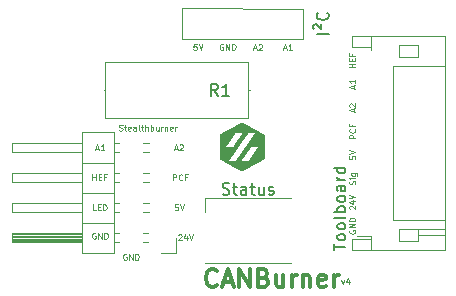
<source format=gbr>
%TF.GenerationSoftware,KiCad,Pcbnew,(6.0.7)*%
%TF.CreationDate,2022-11-17T23:55:45-05:00*%
%TF.ProjectId,SB Quick connect,53422051-7569-4636-9b20-636f6e6e6563,2.0*%
%TF.SameCoordinates,Original*%
%TF.FileFunction,Legend,Top*%
%TF.FilePolarity,Positive*%
%FSLAX46Y46*%
G04 Gerber Fmt 4.6, Leading zero omitted, Abs format (unit mm)*
G04 Created by KiCad (PCBNEW (6.0.7)) date 2022-11-17 23:55:45*
%MOMM*%
%LPD*%
G01*
G04 APERTURE LIST*
%ADD10C,0.100000*%
%ADD11C,0.125000*%
%ADD12C,0.333000*%
%ADD13C,0.150000*%
%ADD14C,0.120000*%
G04 APERTURE END LIST*
D10*
X89167857Y-44067857D02*
X89286904Y-44401190D01*
X89405952Y-44067857D01*
X89810714Y-44067857D02*
X89810714Y-44401190D01*
X89691666Y-43877380D02*
X89572619Y-44234523D01*
X89882142Y-44234523D01*
D11*
X76904230Y-24062771D02*
X76666135Y-24062771D01*
X76642326Y-24300866D01*
X76666135Y-24277057D01*
X76713754Y-24253247D01*
X76832802Y-24253247D01*
X76880421Y-24277057D01*
X76904230Y-24300866D01*
X76928040Y-24348485D01*
X76928040Y-24467533D01*
X76904230Y-24515152D01*
X76880421Y-24538961D01*
X76832802Y-24562771D01*
X76713754Y-24562771D01*
X76666135Y-24538961D01*
X76642326Y-24515152D01*
X77070897Y-24062771D02*
X77237564Y-24562771D01*
X77404230Y-24062771D01*
X70960362Y-41850000D02*
X70912743Y-41826190D01*
X70841315Y-41826190D01*
X70769886Y-41850000D01*
X70722267Y-41897619D01*
X70698457Y-41945238D01*
X70674648Y-42040476D01*
X70674648Y-42111904D01*
X70698457Y-42207142D01*
X70722267Y-42254761D01*
X70769886Y-42302380D01*
X70841315Y-42326190D01*
X70888934Y-42326190D01*
X70960362Y-42302380D01*
X70984172Y-42278571D01*
X70984172Y-42111904D01*
X70888934Y-42111904D01*
X71198457Y-42326190D02*
X71198457Y-41826190D01*
X71484172Y-42326190D01*
X71484172Y-41826190D01*
X71722267Y-42326190D02*
X71722267Y-41826190D01*
X71841315Y-41826190D01*
X71912743Y-41850000D01*
X71960362Y-41897619D01*
X71984172Y-41945238D01*
X72007981Y-42040476D01*
X72007981Y-42111904D01*
X71984172Y-42207142D01*
X71960362Y-42254761D01*
X71912743Y-42302380D01*
X71841315Y-42326190D01*
X71722267Y-42326190D01*
X81722326Y-24419914D02*
X81960421Y-24419914D01*
X81674707Y-24562771D02*
X81841373Y-24062771D01*
X82008040Y-24562771D01*
X82150897Y-24110390D02*
X82174707Y-24086581D01*
X82222326Y-24062771D01*
X82341373Y-24062771D01*
X82388992Y-24086581D01*
X82412802Y-24110390D01*
X82436611Y-24158009D01*
X82436611Y-24205628D01*
X82412802Y-24277057D01*
X82127088Y-24562771D01*
X82436611Y-24562771D01*
X89870000Y-39825952D02*
X89846190Y-39873571D01*
X89846190Y-39945000D01*
X89870000Y-40016428D01*
X89917619Y-40064047D01*
X89965238Y-40087857D01*
X90060476Y-40111666D01*
X90131904Y-40111666D01*
X90227142Y-40087857D01*
X90274761Y-40064047D01*
X90322380Y-40016428D01*
X90346190Y-39945000D01*
X90346190Y-39897380D01*
X90322380Y-39825952D01*
X90298571Y-39802142D01*
X90131904Y-39802142D01*
X90131904Y-39897380D01*
X90346190Y-39587857D02*
X89846190Y-39587857D01*
X90346190Y-39302142D01*
X89846190Y-39302142D01*
X90346190Y-39064047D02*
X89846190Y-39064047D01*
X89846190Y-38945000D01*
X89870000Y-38873571D01*
X89917619Y-38825952D01*
X89965238Y-38802142D01*
X90060476Y-38778333D01*
X90131904Y-38778333D01*
X90227142Y-38802142D01*
X90274761Y-38825952D01*
X90322380Y-38873571D01*
X90346190Y-38945000D01*
X90346190Y-39064047D01*
D12*
X78607142Y-44485714D02*
X78535714Y-44557142D01*
X78321428Y-44628571D01*
X78178571Y-44628571D01*
X77964285Y-44557142D01*
X77821428Y-44414285D01*
X77750000Y-44271428D01*
X77678571Y-43985714D01*
X77678571Y-43771428D01*
X77750000Y-43485714D01*
X77821428Y-43342857D01*
X77964285Y-43200000D01*
X78178571Y-43128571D01*
X78321428Y-43128571D01*
X78535714Y-43200000D01*
X78607142Y-43271428D01*
X79178571Y-44200000D02*
X79892857Y-44200000D01*
X79035714Y-44628571D02*
X79535714Y-43128571D01*
X80035714Y-44628571D01*
X80535714Y-44628571D02*
X80535714Y-43128571D01*
X81392857Y-44628571D01*
X81392857Y-43128571D01*
X82607142Y-43842857D02*
X82821428Y-43914285D01*
X82892857Y-43985714D01*
X82964285Y-44128571D01*
X82964285Y-44342857D01*
X82892857Y-44485714D01*
X82821428Y-44557142D01*
X82678571Y-44628571D01*
X82107142Y-44628571D01*
X82107142Y-43128571D01*
X82607142Y-43128571D01*
X82750000Y-43200000D01*
X82821428Y-43271428D01*
X82892857Y-43414285D01*
X82892857Y-43557142D01*
X82821428Y-43700000D01*
X82750000Y-43771428D01*
X82607142Y-43842857D01*
X82107142Y-43842857D01*
X84250000Y-43628571D02*
X84250000Y-44628571D01*
X83607142Y-43628571D02*
X83607142Y-44414285D01*
X83678571Y-44557142D01*
X83821428Y-44628571D01*
X84035714Y-44628571D01*
X84178571Y-44557142D01*
X84250000Y-44485714D01*
X84964285Y-44628571D02*
X84964285Y-43628571D01*
X84964285Y-43914285D02*
X85035714Y-43771428D01*
X85107142Y-43700000D01*
X85250000Y-43628571D01*
X85392857Y-43628571D01*
X85892857Y-43628571D02*
X85892857Y-44628571D01*
X85892857Y-43771428D02*
X85964285Y-43700000D01*
X86107142Y-43628571D01*
X86321428Y-43628571D01*
X86464285Y-43700000D01*
X86535714Y-43842857D01*
X86535714Y-44628571D01*
X87821428Y-44557142D02*
X87678571Y-44628571D01*
X87392857Y-44628571D01*
X87250000Y-44557142D01*
X87178571Y-44414285D01*
X87178571Y-43842857D01*
X87250000Y-43700000D01*
X87392857Y-43628571D01*
X87678571Y-43628571D01*
X87821428Y-43700000D01*
X87892857Y-43842857D01*
X87892857Y-43985714D01*
X87178571Y-44128571D01*
X88535714Y-44628571D02*
X88535714Y-43628571D01*
X88535714Y-43914285D02*
X88607142Y-43771428D01*
X88678571Y-43700000D01*
X88821428Y-43628571D01*
X88964285Y-43628571D01*
D11*
X79158516Y-24070000D02*
X79110897Y-24046190D01*
X79039469Y-24046190D01*
X78968040Y-24070000D01*
X78920421Y-24117619D01*
X78896611Y-24165238D01*
X78872802Y-24260476D01*
X78872802Y-24331904D01*
X78896611Y-24427142D01*
X78920421Y-24474761D01*
X78968040Y-24522380D01*
X79039469Y-24546190D01*
X79087088Y-24546190D01*
X79158516Y-24522380D01*
X79182326Y-24498571D01*
X79182326Y-24331904D01*
X79087088Y-24331904D01*
X79396611Y-24546190D02*
X79396611Y-24046190D01*
X79682326Y-24546190D01*
X79682326Y-24046190D01*
X79920421Y-24546190D02*
X79920421Y-24046190D01*
X80039469Y-24046190D01*
X80110897Y-24070000D01*
X80158516Y-24117619D01*
X80182326Y-24165238D01*
X80206135Y-24260476D01*
X80206135Y-24331904D01*
X80182326Y-24427142D01*
X80158516Y-24474761D01*
X80110897Y-24522380D01*
X80039469Y-24546190D01*
X79920421Y-24546190D01*
X74904761Y-35591216D02*
X74904761Y-35091216D01*
X75095238Y-35091216D01*
X75142857Y-35115026D01*
X75166666Y-35138835D01*
X75190476Y-35186454D01*
X75190476Y-35257883D01*
X75166666Y-35305502D01*
X75142857Y-35329311D01*
X75095238Y-35353121D01*
X74904761Y-35353121D01*
X75690476Y-35543597D02*
X75666666Y-35567406D01*
X75595238Y-35591216D01*
X75547619Y-35591216D01*
X75476190Y-35567406D01*
X75428571Y-35519787D01*
X75404761Y-35472168D01*
X75380952Y-35376930D01*
X75380952Y-35305502D01*
X75404761Y-35210264D01*
X75428571Y-35162645D01*
X75476190Y-35115026D01*
X75547619Y-35091216D01*
X75595238Y-35091216D01*
X75666666Y-35115026D01*
X75690476Y-35138835D01*
X76071428Y-35329311D02*
X75904761Y-35329311D01*
X75904761Y-35591216D02*
X75904761Y-35091216D01*
X76142857Y-35091216D01*
X68378571Y-38131216D02*
X68140476Y-38131216D01*
X68140476Y-37631216D01*
X68545238Y-37869311D02*
X68711904Y-37869311D01*
X68783333Y-38131216D02*
X68545238Y-38131216D01*
X68545238Y-37631216D01*
X68783333Y-37631216D01*
X68997619Y-38131216D02*
X68997619Y-37631216D01*
X69116666Y-37631216D01*
X69188095Y-37655026D01*
X69235714Y-37702645D01*
X69259523Y-37750264D01*
X69283333Y-37845502D01*
X69283333Y-37916930D01*
X69259523Y-38012168D01*
X69235714Y-38059787D01*
X69188095Y-38107406D01*
X69116666Y-38131216D01*
X68997619Y-38131216D01*
X90322380Y-35933096D02*
X90346190Y-35861667D01*
X90346190Y-35742620D01*
X90322380Y-35695001D01*
X90298571Y-35671191D01*
X90250952Y-35647381D01*
X90203333Y-35647381D01*
X90155714Y-35671191D01*
X90131904Y-35695001D01*
X90108095Y-35742620D01*
X90084285Y-35837858D01*
X90060476Y-35885477D01*
X90036666Y-35909286D01*
X89989047Y-35933096D01*
X89941428Y-35933096D01*
X89893809Y-35909286D01*
X89870000Y-35885477D01*
X89846190Y-35837858D01*
X89846190Y-35718810D01*
X89870000Y-35647381D01*
X90346190Y-35433096D02*
X90012857Y-35433096D01*
X89846190Y-35433096D02*
X89870000Y-35456905D01*
X89893809Y-35433096D01*
X89870000Y-35409286D01*
X89846190Y-35433096D01*
X89893809Y-35433096D01*
X90012857Y-34980715D02*
X90417619Y-34980715D01*
X90465238Y-35004524D01*
X90489047Y-35028334D01*
X90512857Y-35075953D01*
X90512857Y-35147381D01*
X90489047Y-35195001D01*
X90322380Y-34980715D02*
X90346190Y-35028334D01*
X90346190Y-35123572D01*
X90322380Y-35171191D01*
X90298571Y-35195001D01*
X90250952Y-35218810D01*
X90108095Y-35218810D01*
X90060476Y-35195001D01*
X90036666Y-35171191D01*
X90012857Y-35123572D01*
X90012857Y-35028334D01*
X90036666Y-34980715D01*
X68091666Y-35591216D02*
X68091666Y-35091216D01*
X68091666Y-35329311D02*
X68377380Y-35329311D01*
X68377380Y-35591216D02*
X68377380Y-35091216D01*
X68615476Y-35329311D02*
X68782142Y-35329311D01*
X68853571Y-35591216D02*
X68615476Y-35591216D01*
X68615476Y-35091216D01*
X68853571Y-35091216D01*
X69234523Y-35329311D02*
X69067857Y-35329311D01*
X69067857Y-35591216D02*
X69067857Y-35091216D01*
X69305952Y-35091216D01*
X75329761Y-37631216D02*
X75091666Y-37631216D01*
X75067857Y-37869311D01*
X75091666Y-37845502D01*
X75139285Y-37821692D01*
X75258333Y-37821692D01*
X75305952Y-37845502D01*
X75329761Y-37869311D01*
X75353571Y-37916930D01*
X75353571Y-38035978D01*
X75329761Y-38083597D01*
X75305952Y-38107406D01*
X75258333Y-38131216D01*
X75139285Y-38131216D01*
X75091666Y-38107406D01*
X75067857Y-38083597D01*
X75496428Y-37631216D02*
X75663095Y-38131216D01*
X75829761Y-37631216D01*
X89893809Y-38040238D02*
X89870000Y-38016428D01*
X89846190Y-37968809D01*
X89846190Y-37849761D01*
X89870000Y-37802142D01*
X89893809Y-37778333D01*
X89941428Y-37754523D01*
X89989047Y-37754523D01*
X90060476Y-37778333D01*
X90346190Y-38064047D01*
X90346190Y-37754523D01*
X90012857Y-37325952D02*
X90346190Y-37325952D01*
X89822380Y-37445000D02*
X90179523Y-37564047D01*
X90179523Y-37254523D01*
X89846190Y-37135476D02*
X90346190Y-36968809D01*
X89846190Y-36802142D01*
X90346190Y-26028333D02*
X89846190Y-26028333D01*
X90084285Y-26028333D02*
X90084285Y-25742619D01*
X90346190Y-25742619D02*
X89846190Y-25742619D01*
X90084285Y-25504523D02*
X90084285Y-25337857D01*
X90346190Y-25266428D02*
X90346190Y-25504523D01*
X89846190Y-25504523D01*
X89846190Y-25266428D01*
X90084285Y-24885476D02*
X90084285Y-25052142D01*
X90346190Y-25052142D02*
X89846190Y-25052142D01*
X89846190Y-24814047D01*
X68392857Y-32908359D02*
X68630952Y-32908359D01*
X68345238Y-33051216D02*
X68511904Y-32551216D01*
X68678571Y-33051216D01*
X69107142Y-33051216D02*
X68821428Y-33051216D01*
X68964285Y-33051216D02*
X68964285Y-32551216D01*
X68916666Y-32622645D01*
X68869047Y-32670264D01*
X68821428Y-32694073D01*
X89846190Y-33540238D02*
X89846190Y-33778333D01*
X90084285Y-33802142D01*
X90060476Y-33778333D01*
X90036666Y-33730714D01*
X90036666Y-33611666D01*
X90060476Y-33564047D01*
X90084285Y-33540238D01*
X90131904Y-33516428D01*
X90250952Y-33516428D01*
X90298571Y-33540238D01*
X90322380Y-33564047D01*
X90346190Y-33611666D01*
X90346190Y-33730714D01*
X90322380Y-33778333D01*
X90298571Y-33802142D01*
X89846190Y-33373571D02*
X90346190Y-33206904D01*
X89846190Y-33040238D01*
X75354761Y-40223809D02*
X75378571Y-40200000D01*
X75426190Y-40176190D01*
X75545238Y-40176190D01*
X75592857Y-40200000D01*
X75616666Y-40223809D01*
X75640476Y-40271428D01*
X75640476Y-40319047D01*
X75616666Y-40390476D01*
X75330952Y-40676190D01*
X75640476Y-40676190D01*
X76069047Y-40342857D02*
X76069047Y-40676190D01*
X75950000Y-40152380D02*
X75830952Y-40509523D01*
X76140476Y-40509523D01*
X76259523Y-40176190D02*
X76426190Y-40676190D01*
X76592857Y-40176190D01*
X90203333Y-27802142D02*
X90203333Y-27564047D01*
X90346190Y-27849761D02*
X89846190Y-27683095D01*
X90346190Y-27516428D01*
X90346190Y-27087857D02*
X90346190Y-27373571D01*
X90346190Y-27230714D02*
X89846190Y-27230714D01*
X89917619Y-27278333D01*
X89965238Y-27325952D01*
X89989047Y-27373571D01*
X68344047Y-40055000D02*
X68296428Y-40031190D01*
X68225000Y-40031190D01*
X68153571Y-40055000D01*
X68105952Y-40102619D01*
X68082142Y-40150238D01*
X68058333Y-40245476D01*
X68058333Y-40316904D01*
X68082142Y-40412142D01*
X68105952Y-40459761D01*
X68153571Y-40507380D01*
X68225000Y-40531190D01*
X68272619Y-40531190D01*
X68344047Y-40507380D01*
X68367857Y-40483571D01*
X68367857Y-40316904D01*
X68272619Y-40316904D01*
X68582142Y-40531190D02*
X68582142Y-40031190D01*
X68867857Y-40531190D01*
X68867857Y-40031190D01*
X69105952Y-40531190D02*
X69105952Y-40031190D01*
X69225000Y-40031190D01*
X69296428Y-40055000D01*
X69344047Y-40102619D01*
X69367857Y-40150238D01*
X69391666Y-40245476D01*
X69391666Y-40316904D01*
X69367857Y-40412142D01*
X69344047Y-40459761D01*
X69296428Y-40507380D01*
X69225000Y-40531190D01*
X69105952Y-40531190D01*
X75042857Y-32908359D02*
X75280952Y-32908359D01*
X74995238Y-33051216D02*
X75161904Y-32551216D01*
X75328571Y-33051216D01*
X75471428Y-32598835D02*
X75495238Y-32575026D01*
X75542857Y-32551216D01*
X75661904Y-32551216D01*
X75709523Y-32575026D01*
X75733333Y-32598835D01*
X75757142Y-32646454D01*
X75757142Y-32694073D01*
X75733333Y-32765502D01*
X75447619Y-33051216D01*
X75757142Y-33051216D01*
D10*
X70347634Y-31360421D02*
X70419063Y-31384231D01*
X70538110Y-31384231D01*
X70585729Y-31360421D01*
X70609539Y-31336612D01*
X70633348Y-31288993D01*
X70633348Y-31241374D01*
X70609539Y-31193755D01*
X70585729Y-31169945D01*
X70538110Y-31146136D01*
X70442872Y-31122326D01*
X70395253Y-31098517D01*
X70371444Y-31074707D01*
X70347634Y-31027088D01*
X70347634Y-30979469D01*
X70371444Y-30931850D01*
X70395253Y-30908041D01*
X70442872Y-30884231D01*
X70561920Y-30884231D01*
X70633348Y-30908041D01*
X70776206Y-31050898D02*
X70966682Y-31050898D01*
X70847634Y-30884231D02*
X70847634Y-31312802D01*
X70871444Y-31360421D01*
X70919063Y-31384231D01*
X70966682Y-31384231D01*
X71323825Y-31360421D02*
X71276206Y-31384231D01*
X71180967Y-31384231D01*
X71133348Y-31360421D01*
X71109539Y-31312802D01*
X71109539Y-31122326D01*
X71133348Y-31074707D01*
X71180967Y-31050898D01*
X71276206Y-31050898D01*
X71323825Y-31074707D01*
X71347634Y-31122326D01*
X71347634Y-31169945D01*
X71109539Y-31217564D01*
X71776206Y-31384231D02*
X71776206Y-31122326D01*
X71752396Y-31074707D01*
X71704777Y-31050898D01*
X71609539Y-31050898D01*
X71561920Y-31074707D01*
X71776206Y-31360421D02*
X71728586Y-31384231D01*
X71609539Y-31384231D01*
X71561920Y-31360421D01*
X71538110Y-31312802D01*
X71538110Y-31265183D01*
X71561920Y-31217564D01*
X71609539Y-31193755D01*
X71728586Y-31193755D01*
X71776206Y-31169945D01*
X72085729Y-31384231D02*
X72038110Y-31360421D01*
X72014301Y-31312802D01*
X72014301Y-30884231D01*
X72204777Y-31050898D02*
X72395253Y-31050898D01*
X72276206Y-30884231D02*
X72276206Y-31312802D01*
X72300015Y-31360421D01*
X72347634Y-31384231D01*
X72395253Y-31384231D01*
X72561920Y-31384231D02*
X72561920Y-30884231D01*
X72776206Y-31384231D02*
X72776206Y-31122326D01*
X72752396Y-31074707D01*
X72704777Y-31050898D01*
X72633348Y-31050898D01*
X72585729Y-31074707D01*
X72561920Y-31098517D01*
X73014301Y-31384231D02*
X73014301Y-30884231D01*
X73014301Y-31074707D02*
X73061920Y-31050898D01*
X73157158Y-31050898D01*
X73204777Y-31074707D01*
X73228586Y-31098517D01*
X73252396Y-31146136D01*
X73252396Y-31288993D01*
X73228586Y-31336612D01*
X73204777Y-31360421D01*
X73157158Y-31384231D01*
X73061920Y-31384231D01*
X73014301Y-31360421D01*
X73680967Y-31050898D02*
X73680967Y-31384231D01*
X73466682Y-31050898D02*
X73466682Y-31312802D01*
X73490491Y-31360421D01*
X73538110Y-31384231D01*
X73609539Y-31384231D01*
X73657158Y-31360421D01*
X73680967Y-31336612D01*
X73919063Y-31384231D02*
X73919063Y-31050898D01*
X73919063Y-31146136D02*
X73942872Y-31098517D01*
X73966682Y-31074707D01*
X74014301Y-31050898D01*
X74061920Y-31050898D01*
X74228586Y-31050898D02*
X74228586Y-31384231D01*
X74228586Y-31098517D02*
X74252396Y-31074707D01*
X74300015Y-31050898D01*
X74371444Y-31050898D01*
X74419063Y-31074707D01*
X74442872Y-31122326D01*
X74442872Y-31384231D01*
X74871444Y-31360421D02*
X74823825Y-31384231D01*
X74728586Y-31384231D01*
X74680967Y-31360421D01*
X74657158Y-31312802D01*
X74657158Y-31122326D01*
X74680967Y-31074707D01*
X74728586Y-31050898D01*
X74823825Y-31050898D01*
X74871444Y-31074707D01*
X74895253Y-31122326D01*
X74895253Y-31169945D01*
X74657158Y-31217564D01*
X75109539Y-31384231D02*
X75109539Y-31050898D01*
X75109539Y-31146136D02*
X75133348Y-31098517D01*
X75157158Y-31074707D01*
X75204777Y-31050898D01*
X75252396Y-31050898D01*
D11*
X84262326Y-24419914D02*
X84500421Y-24419914D01*
X84214707Y-24562771D02*
X84381373Y-24062771D01*
X84548040Y-24562771D01*
X84976611Y-24562771D02*
X84690897Y-24562771D01*
X84833754Y-24562771D02*
X84833754Y-24062771D01*
X84786135Y-24134200D01*
X84738516Y-24181819D01*
X84690897Y-24205628D01*
X90346190Y-32040239D02*
X89846190Y-32040239D01*
X89846190Y-31849762D01*
X89870000Y-31802143D01*
X89893809Y-31778334D01*
X89941428Y-31754524D01*
X90012857Y-31754524D01*
X90060476Y-31778334D01*
X90084285Y-31802143D01*
X90108095Y-31849762D01*
X90108095Y-32040239D01*
X90298571Y-31254524D02*
X90322380Y-31278334D01*
X90346190Y-31349762D01*
X90346190Y-31397381D01*
X90322380Y-31468810D01*
X90274761Y-31516429D01*
X90227142Y-31540239D01*
X90131904Y-31564048D01*
X90060476Y-31564048D01*
X89965238Y-31540239D01*
X89917619Y-31516429D01*
X89870000Y-31468810D01*
X89846190Y-31397381D01*
X89846190Y-31349762D01*
X89870000Y-31278334D01*
X89893809Y-31254524D01*
X90084285Y-30873572D02*
X90084285Y-31040239D01*
X90346190Y-31040239D02*
X89846190Y-31040239D01*
X89846190Y-30802143D01*
X90203333Y-29802142D02*
X90203333Y-29564047D01*
X90346190Y-29849761D02*
X89846190Y-29683095D01*
X90346190Y-29516428D01*
X89893809Y-29373571D02*
X89870000Y-29349761D01*
X89846190Y-29302142D01*
X89846190Y-29183095D01*
X89870000Y-29135476D01*
X89893809Y-29111666D01*
X89941428Y-29087857D01*
X89989047Y-29087857D01*
X90060476Y-29111666D01*
X90346190Y-29397380D01*
X90346190Y-29087857D01*
D13*
%TO.C,I\u00B2C*%
X88082380Y-23211359D02*
X87082380Y-23211359D01*
X86844285Y-22782787D02*
X86796666Y-22687549D01*
X86796666Y-22544692D01*
X86844285Y-22449454D01*
X86939523Y-22401835D01*
X87034761Y-22401835D01*
X87130000Y-22449454D01*
X87463333Y-22782787D01*
X87463333Y-22401835D01*
X87987142Y-21401835D02*
X88034761Y-21449454D01*
X88082380Y-21592311D01*
X88082380Y-21687549D01*
X88034761Y-21830407D01*
X87939523Y-21925645D01*
X87844285Y-21973264D01*
X87653809Y-22020883D01*
X87510952Y-22020883D01*
X87320476Y-21973264D01*
X87225238Y-21925645D01*
X87130000Y-21830407D01*
X87082380Y-21687549D01*
X87082380Y-21592311D01*
X87130000Y-21449454D01*
X87177619Y-21401835D01*
%TO.C,Status*%
X79113333Y-36761575D02*
X79256190Y-36809194D01*
X79494285Y-36809194D01*
X79589523Y-36761575D01*
X79637142Y-36713956D01*
X79684761Y-36618718D01*
X79684761Y-36523480D01*
X79637142Y-36428242D01*
X79589523Y-36380623D01*
X79494285Y-36333004D01*
X79303809Y-36285385D01*
X79208571Y-36237766D01*
X79160952Y-36190147D01*
X79113333Y-36094909D01*
X79113333Y-35999671D01*
X79160952Y-35904433D01*
X79208571Y-35856814D01*
X79303809Y-35809194D01*
X79541904Y-35809194D01*
X79684761Y-35856814D01*
X79970476Y-36142528D02*
X80351428Y-36142528D01*
X80113333Y-35809194D02*
X80113333Y-36666337D01*
X80160952Y-36761575D01*
X80256190Y-36809194D01*
X80351428Y-36809194D01*
X81113333Y-36809194D02*
X81113333Y-36285385D01*
X81065714Y-36190147D01*
X80970476Y-36142528D01*
X80780000Y-36142528D01*
X80684761Y-36190147D01*
X81113333Y-36761575D02*
X81018095Y-36809194D01*
X80780000Y-36809194D01*
X80684761Y-36761575D01*
X80637142Y-36666337D01*
X80637142Y-36571099D01*
X80684761Y-36475861D01*
X80780000Y-36428242D01*
X81018095Y-36428242D01*
X81113333Y-36380623D01*
X81446666Y-36142528D02*
X81827619Y-36142528D01*
X81589523Y-35809194D02*
X81589523Y-36666337D01*
X81637142Y-36761575D01*
X81732380Y-36809194D01*
X81827619Y-36809194D01*
X82589523Y-36142528D02*
X82589523Y-36809194D01*
X82160952Y-36142528D02*
X82160952Y-36666337D01*
X82208571Y-36761575D01*
X82303809Y-36809194D01*
X82446666Y-36809194D01*
X82541904Y-36761575D01*
X82589523Y-36713956D01*
X83018095Y-36761575D02*
X83113333Y-36809194D01*
X83303809Y-36809194D01*
X83399047Y-36761575D01*
X83446666Y-36666337D01*
X83446666Y-36618718D01*
X83399047Y-36523480D01*
X83303809Y-36475861D01*
X83160952Y-36475861D01*
X83065714Y-36428242D01*
X83018095Y-36333004D01*
X83018095Y-36285385D01*
X83065714Y-36190147D01*
X83160952Y-36142528D01*
X83303809Y-36142528D01*
X83399047Y-36190147D01*
%TO.C,Toolboard*%
X88502380Y-41521428D02*
X88502380Y-40950000D01*
X89502380Y-41235714D02*
X88502380Y-41235714D01*
X89502380Y-40473809D02*
X89454761Y-40569047D01*
X89407142Y-40616666D01*
X89311904Y-40664285D01*
X89026190Y-40664285D01*
X88930952Y-40616666D01*
X88883333Y-40569047D01*
X88835714Y-40473809D01*
X88835714Y-40330952D01*
X88883333Y-40235714D01*
X88930952Y-40188095D01*
X89026190Y-40140476D01*
X89311904Y-40140476D01*
X89407142Y-40188095D01*
X89454761Y-40235714D01*
X89502380Y-40330952D01*
X89502380Y-40473809D01*
X89502380Y-39569047D02*
X89454761Y-39664285D01*
X89407142Y-39711904D01*
X89311904Y-39759523D01*
X89026190Y-39759523D01*
X88930952Y-39711904D01*
X88883333Y-39664285D01*
X88835714Y-39569047D01*
X88835714Y-39426190D01*
X88883333Y-39330952D01*
X88930952Y-39283333D01*
X89026190Y-39235714D01*
X89311904Y-39235714D01*
X89407142Y-39283333D01*
X89454761Y-39330952D01*
X89502380Y-39426190D01*
X89502380Y-39569047D01*
X89502380Y-38664285D02*
X89454761Y-38759523D01*
X89359523Y-38807142D01*
X88502380Y-38807142D01*
X89502380Y-38283333D02*
X88502380Y-38283333D01*
X88883333Y-38283333D02*
X88835714Y-38188095D01*
X88835714Y-37997619D01*
X88883333Y-37902380D01*
X88930952Y-37854761D01*
X89026190Y-37807142D01*
X89311904Y-37807142D01*
X89407142Y-37854761D01*
X89454761Y-37902380D01*
X89502380Y-37997619D01*
X89502380Y-38188095D01*
X89454761Y-38283333D01*
X89502380Y-37235714D02*
X89454761Y-37330952D01*
X89407142Y-37378571D01*
X89311904Y-37426190D01*
X89026190Y-37426190D01*
X88930952Y-37378571D01*
X88883333Y-37330952D01*
X88835714Y-37235714D01*
X88835714Y-37092857D01*
X88883333Y-36997619D01*
X88930952Y-36950000D01*
X89026190Y-36902380D01*
X89311904Y-36902380D01*
X89407142Y-36950000D01*
X89454761Y-36997619D01*
X89502380Y-37092857D01*
X89502380Y-37235714D01*
X89502380Y-36045238D02*
X88978571Y-36045238D01*
X88883333Y-36092857D01*
X88835714Y-36188095D01*
X88835714Y-36378571D01*
X88883333Y-36473809D01*
X89454761Y-36045238D02*
X89502380Y-36140476D01*
X89502380Y-36378571D01*
X89454761Y-36473809D01*
X89359523Y-36521428D01*
X89264285Y-36521428D01*
X89169047Y-36473809D01*
X89121428Y-36378571D01*
X89121428Y-36140476D01*
X89073809Y-36045238D01*
X89502380Y-35569047D02*
X88835714Y-35569047D01*
X89026190Y-35569047D02*
X88930952Y-35521428D01*
X88883333Y-35473809D01*
X88835714Y-35378571D01*
X88835714Y-35283333D01*
X89502380Y-34521428D02*
X88502380Y-34521428D01*
X89454761Y-34521428D02*
X89502380Y-34616666D01*
X89502380Y-34807142D01*
X89454761Y-34902380D01*
X89407142Y-34950000D01*
X89311904Y-34997619D01*
X89026190Y-34997619D01*
X88930952Y-34950000D01*
X88883333Y-34902380D01*
X88835714Y-34807142D01*
X88835714Y-34616666D01*
X88883333Y-34521428D01*
%TO.C,R1*%
X78708333Y-28427380D02*
X78375000Y-27951190D01*
X78136904Y-28427380D02*
X78136904Y-27427380D01*
X78517857Y-27427380D01*
X78613095Y-27475000D01*
X78660714Y-27522619D01*
X78708333Y-27617857D01*
X78708333Y-27760714D01*
X78660714Y-27855952D01*
X78613095Y-27903571D01*
X78517857Y-27951190D01*
X78136904Y-27951190D01*
X79660714Y-28427380D02*
X79089285Y-28427380D01*
X79375000Y-28427380D02*
X79375000Y-27427380D01*
X79279761Y-27570238D01*
X79184523Y-27665476D01*
X79089285Y-27713095D01*
D14*
%TO.C,I\u00B2C*%
X85940950Y-21123527D02*
X75669469Y-21000407D01*
X85940950Y-21123527D02*
X85949469Y-23660407D01*
X75669469Y-21000407D02*
X75669469Y-23660407D01*
X85949469Y-23660407D02*
X83349469Y-23660407D01*
X83349469Y-23660407D02*
X75669469Y-23660407D01*
%TO.C,Status*%
X77630000Y-38256814D02*
X77630000Y-37106814D01*
X77630000Y-37106814D02*
X84930000Y-37106814D01*
X77630000Y-42606814D02*
X84930000Y-42606814D01*
%TO.C,Toolboard*%
X93540000Y-25945000D02*
X97900000Y-25945000D01*
X91680000Y-23385000D02*
X91680000Y-24305000D01*
X90080000Y-24305000D02*
X91680000Y-24305000D01*
X91680000Y-24305000D02*
X91680000Y-24585000D01*
X90080000Y-23385000D02*
X90080000Y-24305000D01*
X90080000Y-41505000D02*
X97900000Y-41505000D01*
X94040000Y-40745000D02*
X95640000Y-40745000D01*
X93540000Y-38945000D02*
X93540000Y-25945000D01*
X91680000Y-40305000D02*
X90465000Y-40305000D01*
X90080000Y-40585000D02*
X90080000Y-41505000D01*
X97900000Y-38945000D02*
X93540000Y-38945000D01*
X94040000Y-24145000D02*
X95640000Y-24145000D01*
X95640000Y-40745000D02*
X95640000Y-39745000D01*
X97900000Y-41505000D02*
X97900000Y-23385000D01*
X95640000Y-39745000D02*
X94040000Y-39745000D01*
X94040000Y-39745000D02*
X94040000Y-40745000D01*
X94040000Y-25145000D02*
X94040000Y-24145000D01*
X97900000Y-23385000D02*
X90080000Y-23385000D01*
X95640000Y-25145000D02*
X94040000Y-25145000D01*
X95640000Y-24145000D02*
X95640000Y-25145000D01*
X95640000Y-40245000D02*
X97900000Y-40245000D01*
X91680000Y-41505000D02*
X91680000Y-40585000D01*
X91680000Y-40585000D02*
X90080000Y-40585000D01*
X95640000Y-39745000D02*
X97900000Y-39745000D01*
X91680000Y-40305000D02*
X91680000Y-40585000D01*
%TO.C,R1*%
X81300000Y-30345000D02*
X81300000Y-25605000D01*
X69160000Y-25605000D02*
X69160000Y-30345000D01*
X81300000Y-25605000D02*
X69160000Y-25605000D01*
X69160000Y-30345000D02*
X81300000Y-30345000D01*
X69050000Y-27975000D02*
X69160000Y-27975000D01*
X81410000Y-27975000D02*
X81300000Y-27975000D01*
%TO.C,G\u002A\u002A\u002A*%
G36*
X78989873Y-33894153D02*
G01*
X78958988Y-33877204D01*
X78930718Y-33861673D01*
X78906674Y-33848445D01*
X78888469Y-33838406D01*
X78880133Y-33833790D01*
X78848389Y-33816146D01*
X78847157Y-32773316D01*
X78847147Y-32764753D01*
X79402687Y-32764753D01*
X79407443Y-32765566D01*
X79421202Y-32766322D01*
X79443200Y-32767010D01*
X79472672Y-32767618D01*
X79508855Y-32768135D01*
X79550983Y-32768550D01*
X79598292Y-32768851D01*
X79650019Y-32769026D01*
X79692653Y-32769069D01*
X79982620Y-32769069D01*
X80058672Y-32657965D01*
X80081589Y-32624514D01*
X80105394Y-32589818D01*
X80128724Y-32555859D01*
X80150218Y-32524617D01*
X80168515Y-32498074D01*
X80178674Y-32483374D01*
X80197116Y-32456684D01*
X80216762Y-32428170D01*
X80235513Y-32400881D01*
X80251273Y-32377866D01*
X80254258Y-32373491D01*
X80270092Y-32350346D01*
X80286932Y-32325854D01*
X80302283Y-32303641D01*
X80309743Y-32292911D01*
X80322574Y-32274467D01*
X80340119Y-32249168D01*
X80361554Y-32218207D01*
X80386056Y-32182775D01*
X80412802Y-32144065D01*
X80440969Y-32103269D01*
X80469734Y-32061578D01*
X80498273Y-32020185D01*
X80525764Y-31980281D01*
X80551382Y-31943059D01*
X80559319Y-31931519D01*
X80580739Y-31900371D01*
X80602333Y-31868981D01*
X80622850Y-31839165D01*
X80641041Y-31812742D01*
X80655653Y-31791529D01*
X80661831Y-31782567D01*
X80677820Y-31759379D01*
X80696821Y-31731818D01*
X80716304Y-31703553D01*
X80731688Y-31681230D01*
X80769548Y-31626289D01*
X80189470Y-31626289D01*
X80151366Y-31681232D01*
X80128367Y-31714392D01*
X80109648Y-31741377D01*
X80093921Y-31764038D01*
X80079900Y-31784227D01*
X80066301Y-31803795D01*
X80051836Y-31824594D01*
X80035219Y-31848476D01*
X80029210Y-31857112D01*
X79998233Y-31901644D01*
X79966631Y-31947106D01*
X79935163Y-31992405D01*
X79904588Y-32036448D01*
X79875664Y-32078140D01*
X79849151Y-32116387D01*
X79825806Y-32150097D01*
X79806389Y-32178174D01*
X79791659Y-32199527D01*
X79789570Y-32202563D01*
X79778975Y-32217933D01*
X79766093Y-32236556D01*
X79750183Y-32259496D01*
X79730507Y-32287819D01*
X79706326Y-32322589D01*
X79693265Y-32341359D01*
X79681176Y-32358751D01*
X79665414Y-32381455D01*
X79647867Y-32406750D01*
X79630422Y-32431916D01*
X79627336Y-32436370D01*
X79612185Y-32458221D01*
X79592915Y-32485982D01*
X79570989Y-32517547D01*
X79547870Y-32550811D01*
X79525021Y-32583667D01*
X79515554Y-32597274D01*
X79487320Y-32637866D01*
X79464182Y-32671190D01*
X79445640Y-32697987D01*
X79431197Y-32718995D01*
X79420353Y-32734954D01*
X79412611Y-32746605D01*
X79407472Y-32754685D01*
X79404438Y-32759935D01*
X79403010Y-32763095D01*
X79402687Y-32764753D01*
X78847147Y-32764753D01*
X78845925Y-31730485D01*
X78881343Y-31710965D01*
X78895659Y-31703095D01*
X78916872Y-31691460D01*
X78943307Y-31676978D01*
X78973287Y-31660566D01*
X79005139Y-31643142D01*
X79026644Y-31631385D01*
X79056656Y-31614943D01*
X79083925Y-31599930D01*
X79107249Y-31587014D01*
X79125424Y-31576865D01*
X79137248Y-31570148D01*
X79141410Y-31567636D01*
X79147325Y-31564063D01*
X79160114Y-31556854D01*
X79178034Y-31546977D01*
X79199343Y-31535399D01*
X79204898Y-31532405D01*
X79226907Y-31520525D01*
X79251251Y-31507316D01*
X79278831Y-31492284D01*
X79310546Y-31474936D01*
X79347297Y-31454779D01*
X79389983Y-31431320D01*
X79439505Y-31404067D01*
X79490593Y-31375926D01*
X79519789Y-31359841D01*
X79549095Y-31343702D01*
X79579298Y-31327075D01*
X79611186Y-31309529D01*
X79645546Y-31290630D01*
X79683166Y-31269944D01*
X79724832Y-31247040D01*
X79771334Y-31221484D01*
X79823457Y-31192843D01*
X79881990Y-31160685D01*
X79947720Y-31124576D01*
X80000937Y-31095343D01*
X80066357Y-31059409D01*
X80124279Y-31027599D01*
X80175764Y-30999330D01*
X80221871Y-30974021D01*
X80263661Y-30951090D01*
X80302196Y-30929953D01*
X80326922Y-30916395D01*
X80355502Y-30900704D01*
X80385008Y-30884464D01*
X80412741Y-30869165D01*
X80435998Y-30856296D01*
X80445352Y-30851100D01*
X80475119Y-30834537D01*
X80498038Y-30821803D01*
X80515789Y-30811972D01*
X80530054Y-30804116D01*
X80542516Y-30797308D01*
X80554856Y-30790623D01*
X80565002Y-30785153D01*
X80592413Y-30770320D01*
X80623028Y-30753635D01*
X80654332Y-30736478D01*
X80683810Y-30720231D01*
X80708949Y-30706273D01*
X80722524Y-30698657D01*
X80750629Y-30682780D01*
X80815314Y-30718366D01*
X80844944Y-30734695D01*
X80878135Y-30753033D01*
X80910880Y-30771163D01*
X80939172Y-30786868D01*
X80939800Y-30787217D01*
X80961495Y-30799203D01*
X80980001Y-30809270D01*
X80993720Y-30816561D01*
X81001053Y-30820219D01*
X81001805Y-30820482D01*
X81006824Y-30822754D01*
X81017851Y-30828708D01*
X81032352Y-30836969D01*
X81046122Y-30844836D01*
X81066385Y-30856228D01*
X81091066Y-30869987D01*
X81118087Y-30884953D01*
X81138834Y-30896380D01*
X81170064Y-30913544D01*
X81204184Y-30932310D01*
X81237915Y-30950873D01*
X81267980Y-30967430D01*
X81280460Y-30974309D01*
X81306471Y-30988638D01*
X81332787Y-31003114D01*
X81356641Y-31016215D01*
X81375267Y-31026423D01*
X81378134Y-31027990D01*
X81399404Y-31039694D01*
X81424306Y-31053520D01*
X81447980Y-31066766D01*
X81451389Y-31068685D01*
X81472679Y-31080577D01*
X81498692Y-31094947D01*
X81525544Y-31109656D01*
X81541737Y-31118456D01*
X81564098Y-31130599D01*
X81592163Y-31145904D01*
X81623084Y-31162812D01*
X81654014Y-31179769D01*
X81670246Y-31188688D01*
X81697210Y-31203518D01*
X81723144Y-31217778D01*
X81746043Y-31230366D01*
X81763900Y-31240179D01*
X81772803Y-31245068D01*
X81830840Y-31276930D01*
X81883377Y-31305794D01*
X81929873Y-31331363D01*
X81969785Y-31353337D01*
X82002571Y-31371419D01*
X82027690Y-31385310D01*
X82039872Y-31392074D01*
X82063547Y-31405256D01*
X82089341Y-31419617D01*
X82112531Y-31432527D01*
X82117466Y-31435274D01*
X82134045Y-31444404D01*
X82147022Y-31451365D01*
X82154321Y-31455049D01*
X82155164Y-31455360D01*
X82159734Y-31457622D01*
X82171446Y-31463907D01*
X82188922Y-31473460D01*
X82210781Y-31485529D01*
X82233847Y-31498356D01*
X82262530Y-31514341D01*
X82289634Y-31529405D01*
X82316581Y-31544330D01*
X82344791Y-31559901D01*
X82375687Y-31576899D01*
X82410688Y-31596108D01*
X82451218Y-31618310D01*
X82498696Y-31644289D01*
X82506263Y-31648428D01*
X82535326Y-31664336D01*
X82563729Y-31679908D01*
X82589516Y-31694068D01*
X82610732Y-31705743D01*
X82625422Y-31713860D01*
X82625913Y-31714132D01*
X82657657Y-31731759D01*
X82658875Y-32774189D01*
X82660093Y-33816618D01*
X82522132Y-33892025D01*
X82482053Y-33913925D01*
X82438935Y-33937476D01*
X82395089Y-33961416D01*
X82352825Y-33984483D01*
X82314454Y-34005416D01*
X82282287Y-34022954D01*
X82281614Y-34023321D01*
X82233232Y-34049691D01*
X82191735Y-34072320D01*
X82155430Y-34092134D01*
X82122622Y-34110060D01*
X82091618Y-34127024D01*
X82060723Y-34143953D01*
X82028244Y-34161773D01*
X81992485Y-34181411D01*
X81976384Y-34190257D01*
X81941700Y-34209316D01*
X81913767Y-34224658D01*
X81890777Y-34237271D01*
X81870922Y-34248141D01*
X81852393Y-34258255D01*
X81833380Y-34268600D01*
X81812075Y-34280162D01*
X81786669Y-34293927D01*
X81755354Y-34310883D01*
X81739526Y-34319451D01*
X81702932Y-34339308D01*
X81661281Y-34361985D01*
X81618062Y-34385576D01*
X81576765Y-34408178D01*
X81544179Y-34426070D01*
X81514358Y-34442469D01*
X81485827Y-34458144D01*
X81460242Y-34472186D01*
X81439259Y-34483687D01*
X81424535Y-34491737D01*
X81420866Y-34493734D01*
X81401651Y-34504180D01*
X81379890Y-34516027D01*
X81367145Y-34522973D01*
X81351870Y-34531273D01*
X81330724Y-34542720D01*
X81306441Y-34555839D01*
X81281751Y-34569150D01*
X81280460Y-34569845D01*
X81258042Y-34581976D01*
X81238050Y-34592904D01*
X81222413Y-34601567D01*
X81213060Y-34606902D01*
X81212089Y-34607492D01*
X81203708Y-34612332D01*
X81189078Y-34620417D01*
X81170591Y-34630434D01*
X81158368Y-34636972D01*
X81127980Y-34653230D01*
X81100346Y-34668232D01*
X81071400Y-34684199D01*
X81046044Y-34698334D01*
X81033993Y-34705009D01*
X81015873Y-34714969D01*
X80994196Y-34726836D01*
X80972789Y-34738515D01*
X80950319Y-34750759D01*
X80921959Y-34766222D01*
X80890391Y-34783442D01*
X80858294Y-34800956D01*
X80835263Y-34813528D01*
X80809036Y-34827653D01*
X80785487Y-34839968D01*
X80766044Y-34849759D01*
X80752133Y-34856306D01*
X80745181Y-34858895D01*
X80744915Y-34858908D01*
X80737229Y-34856292D01*
X80724751Y-34850014D01*
X80716396Y-34845181D01*
X80701233Y-34836272D01*
X80681374Y-34825007D01*
X80660748Y-34813610D01*
X80657791Y-34812006D01*
X80636562Y-34800473D01*
X80609323Y-34785609D01*
X80577537Y-34768219D01*
X80542668Y-34749106D01*
X80506177Y-34729074D01*
X80469528Y-34708928D01*
X80434183Y-34689472D01*
X80401605Y-34671509D01*
X80373257Y-34655843D01*
X80350600Y-34643279D01*
X80335469Y-34634829D01*
X80319023Y-34625643D01*
X80295863Y-34612798D01*
X80267844Y-34597320D01*
X80236825Y-34580232D01*
X80204661Y-34562560D01*
X80188959Y-34553950D01*
X80139228Y-34526678D01*
X80083281Y-34495956D01*
X80023447Y-34463063D01*
X79962053Y-34429281D01*
X79901428Y-34395892D01*
X79843899Y-34364177D01*
X79791796Y-34335416D01*
X79776288Y-34326847D01*
X79747688Y-34311072D01*
X79713859Y-34292469D01*
X79678153Y-34272877D01*
X79643920Y-34254135D01*
X79627336Y-34245075D01*
X79598261Y-34229175D01*
X79568757Y-34212987D01*
X79541234Y-34197836D01*
X79518101Y-34185048D01*
X79505244Y-34177896D01*
X79488648Y-34168667D01*
X79465382Y-34155792D01*
X79437341Y-34140317D01*
X79406423Y-34123288D01*
X79374524Y-34105752D01*
X79361175Y-34098424D01*
X79315877Y-34073567D01*
X79278266Y-34052923D01*
X79247467Y-34036011D01*
X79222602Y-34022346D01*
X79202796Y-34011447D01*
X79187171Y-34002832D01*
X79174851Y-33996017D01*
X79164960Y-33990521D01*
X79156621Y-33985861D01*
X79153619Y-33984177D01*
X79143273Y-33978424D01*
X79125814Y-33968784D01*
X79102697Y-33956056D01*
X79075376Y-33941041D01*
X79045306Y-33924539D01*
X79035865Y-33919364D01*
X79671289Y-33919364D01*
X79676030Y-33919771D01*
X79689686Y-33920154D01*
X79711403Y-33920505D01*
X79740329Y-33920819D01*
X79775609Y-33921088D01*
X79816392Y-33921306D01*
X79861824Y-33921466D01*
X79911052Y-33921562D01*
X79958205Y-33921588D01*
X80245121Y-33921559D01*
X80249502Y-33915145D01*
X80737369Y-33915145D01*
X80738280Y-33916526D01*
X80742589Y-33917704D01*
X80750951Y-33918695D01*
X80764017Y-33919512D01*
X80782443Y-33920170D01*
X80806880Y-33920685D01*
X80837982Y-33921071D01*
X80876402Y-33921342D01*
X80922794Y-33921513D01*
X80977811Y-33921599D01*
X81025027Y-33921617D01*
X81315170Y-33921617D01*
X81373512Y-33837379D01*
X81393895Y-33807978D01*
X81418277Y-33772858D01*
X81445565Y-33733589D01*
X81474667Y-33691739D01*
X81504489Y-33648880D01*
X81533939Y-33606582D01*
X81561925Y-33566414D01*
X81587354Y-33529946D01*
X81609133Y-33498748D01*
X81622491Y-33479644D01*
X81637878Y-33457615D01*
X81655844Y-33431823D01*
X81673416Y-33406542D01*
X81680297Y-33396622D01*
X81695278Y-33375057D01*
X81710564Y-33353137D01*
X81723878Y-33334125D01*
X81729734Y-33325808D01*
X81737595Y-33314617D01*
X81750075Y-33296768D01*
X81766224Y-33273626D01*
X81785089Y-33246557D01*
X81805718Y-33216924D01*
X81826793Y-33186623D01*
X81848463Y-33155456D01*
X81869512Y-33125194D01*
X81888939Y-33097274D01*
X81905745Y-33073133D01*
X81918930Y-33054209D01*
X81927199Y-33042357D01*
X81941405Y-33022009D01*
X81956706Y-33000055D01*
X81969059Y-32982301D01*
X81977768Y-32969793D01*
X81990911Y-32950949D01*
X82007322Y-32927441D01*
X82025836Y-32900936D01*
X82045288Y-32873103D01*
X82050750Y-32865291D01*
X82068784Y-32839348D01*
X82084772Y-32816059D01*
X82097910Y-32796617D01*
X82107395Y-32782220D01*
X82112423Y-32774060D01*
X82113017Y-32772732D01*
X82108294Y-32772075D01*
X82094648Y-32771456D01*
X82072924Y-32770886D01*
X82043965Y-32770374D01*
X82008616Y-32769932D01*
X81967721Y-32769570D01*
X81922124Y-32769298D01*
X81872670Y-32769128D01*
X81820535Y-32769069D01*
X81527944Y-32769069D01*
X81507198Y-32799592D01*
X81499283Y-32811164D01*
X81486668Y-32829516D01*
X81470217Y-32853397D01*
X81450792Y-32881556D01*
X81429254Y-32912745D01*
X81406466Y-32945712D01*
X81395216Y-32961974D01*
X81370065Y-32998327D01*
X81340802Y-33040629D01*
X81308870Y-33086792D01*
X81275713Y-33134732D01*
X81242772Y-33182362D01*
X81211492Y-33227595D01*
X81192546Y-33254995D01*
X81167205Y-33291640D01*
X81142768Y-33326970D01*
X81119986Y-33359900D01*
X81099608Y-33389347D01*
X81082385Y-33414227D01*
X81069067Y-33433455D01*
X81060405Y-33445947D01*
X81059305Y-33447530D01*
X81049034Y-33462350D01*
X81034719Y-33483067D01*
X81017846Y-33507523D01*
X80999904Y-33533565D01*
X80988534Y-33550087D01*
X80970835Y-33575797D01*
X80953395Y-33601097D01*
X80937655Y-33623897D01*
X80925058Y-33642109D01*
X80919184Y-33650573D01*
X80905456Y-33670303D01*
X80889748Y-33692875D01*
X80876702Y-33711619D01*
X80843093Y-33759940D01*
X80814775Y-33800742D01*
X80791423Y-33834500D01*
X80772715Y-33861686D01*
X80758325Y-33882773D01*
X80747929Y-33898237D01*
X80741203Y-33908549D01*
X80737824Y-33914183D01*
X80737369Y-33915145D01*
X80249502Y-33915145D01*
X80275955Y-33876414D01*
X80291420Y-33853832D01*
X80307674Y-33830200D01*
X80322269Y-33809070D01*
X80328897Y-33799525D01*
X80337938Y-33786534D01*
X80351477Y-33767069D01*
X80368436Y-33742678D01*
X80387742Y-33714908D01*
X80408317Y-33685306D01*
X80422273Y-33665224D01*
X80443068Y-33635317D01*
X80463292Y-33606262D01*
X80481877Y-33579594D01*
X80497752Y-33556846D01*
X80509849Y-33539553D01*
X80515335Y-33531743D01*
X80527975Y-33513712D01*
X80543600Y-33491289D01*
X80559661Y-33468133D01*
X80566937Y-33457600D01*
X80585733Y-33430392D01*
X80608950Y-33396850D01*
X80635423Y-33358655D01*
X80663987Y-33317483D01*
X80693477Y-33275014D01*
X80722726Y-33232925D01*
X80750569Y-33192896D01*
X80775841Y-33156605D01*
X80797376Y-33125730D01*
X80800893Y-33120694D01*
X80815220Y-33100123D01*
X80833213Y-33074194D01*
X80853005Y-33045599D01*
X80872732Y-33017033D01*
X80882069Y-33003486D01*
X80922529Y-32944907D01*
X80958847Y-32892695D01*
X80990527Y-32847563D01*
X81004533Y-32827790D01*
X81016177Y-32811231D01*
X81030239Y-32790980D01*
X81043602Y-32771527D01*
X81057682Y-32751083D01*
X81073006Y-32729136D01*
X81085529Y-32711456D01*
X81092354Y-32701792D01*
X81104083Y-32685026D01*
X81120069Y-32662090D01*
X81139662Y-32633918D01*
X81162216Y-32601441D01*
X81187081Y-32565594D01*
X81213608Y-32527309D01*
X81238950Y-32490700D01*
X81267471Y-32449485D01*
X81295776Y-32408596D01*
X81323075Y-32369172D01*
X81348579Y-32332352D01*
X81371499Y-32299277D01*
X81391045Y-32271085D01*
X81406428Y-32248916D01*
X81414883Y-32236748D01*
X81433252Y-32210330D01*
X81454913Y-32179162D01*
X81477588Y-32146520D01*
X81499001Y-32115682D01*
X81506493Y-32104889D01*
X81525019Y-32078223D01*
X81543996Y-32050958D01*
X81561739Y-32025510D01*
X81576564Y-32004295D01*
X81583075Y-31995006D01*
X81595299Y-31977541D01*
X81611456Y-31954375D01*
X81629920Y-31927842D01*
X81649068Y-31900275D01*
X81661267Y-31882682D01*
X81677722Y-31858996D01*
X81692424Y-31837954D01*
X81704405Y-31820932D01*
X81712698Y-31809302D01*
X81716243Y-31804543D01*
X81720504Y-31798761D01*
X81728969Y-31786646D01*
X81740407Y-31769980D01*
X81753397Y-31750823D01*
X81769736Y-31726747D01*
X81787415Y-31700943D01*
X81803897Y-31677105D01*
X81812960Y-31664137D01*
X81839588Y-31626289D01*
X81256042Y-31626437D01*
X81218510Y-31681304D01*
X81173030Y-31747556D01*
X81127290Y-31813748D01*
X81121818Y-31821636D01*
X81117606Y-31827709D01*
X81108731Y-31840507D01*
X81096094Y-31858729D01*
X81080599Y-31881075D01*
X81063148Y-31906242D01*
X81057474Y-31914426D01*
X81036076Y-31945272D01*
X81013034Y-31978465D01*
X80990197Y-32011341D01*
X80969414Y-32041241D01*
X80954012Y-32063378D01*
X80919752Y-32112717D01*
X80884168Y-32164200D01*
X80849223Y-32214978D01*
X80816881Y-32262199D01*
X80800939Y-32285585D01*
X80788919Y-32303138D01*
X80778918Y-32317524D01*
X80772215Y-32326916D01*
X80770173Y-32329538D01*
X80766247Y-32334683D01*
X80758875Y-32345277D01*
X80753033Y-32353957D01*
X80744690Y-32366275D01*
X80732287Y-32384303D01*
X80717395Y-32405770D01*
X80701584Y-32428405D01*
X80698995Y-32432095D01*
X80685852Y-32450837D01*
X80673796Y-32468081D01*
X80661875Y-32485201D01*
X80649140Y-32503570D01*
X80634641Y-32524561D01*
X80617427Y-32549547D01*
X80596548Y-32579901D01*
X80572266Y-32615233D01*
X80545000Y-32654866D01*
X80519068Y-32692467D01*
X80495304Y-32726828D01*
X80474545Y-32756743D01*
X80457627Y-32781004D01*
X80445411Y-32798371D01*
X80434934Y-32813291D01*
X80420873Y-32833519D01*
X80405141Y-32856292D01*
X80391036Y-32876827D01*
X80374470Y-32900931D01*
X80354651Y-32929623D01*
X80333938Y-32959498D01*
X80314690Y-32987148D01*
X80312625Y-32990105D01*
X80292740Y-33018666D01*
X80270089Y-33051347D01*
X80247407Y-33084196D01*
X80227427Y-33113261D01*
X80226700Y-33114322D01*
X80207448Y-33142338D01*
X80185918Y-33173532D01*
X80164625Y-33204265D01*
X80146085Y-33230900D01*
X80144606Y-33233018D01*
X80129214Y-33255070D01*
X80114814Y-33275756D01*
X80102846Y-33293004D01*
X80094748Y-33304744D01*
X80093702Y-33306274D01*
X80086797Y-33316338D01*
X80075647Y-33332511D01*
X80061575Y-33352878D01*
X80045904Y-33375524D01*
X80039054Y-33385411D01*
X79990505Y-33455465D01*
X79947421Y-33517642D01*
X79909697Y-33572092D01*
X79877231Y-33618962D01*
X79849920Y-33658403D01*
X79827660Y-33690563D01*
X79810349Y-33715590D01*
X79797883Y-33733634D01*
X79796356Y-33735846D01*
X79781048Y-33757989D01*
X79764768Y-33781461D01*
X79750218Y-33802370D01*
X79745384Y-33809292D01*
X79725623Y-33837694D01*
X79707847Y-33863532D01*
X79692791Y-33885713D01*
X79681190Y-33903147D01*
X79673779Y-33914740D01*
X79671289Y-33919364D01*
X79035865Y-33919364D01*
X79021760Y-33911632D01*
X78989873Y-33894153D01*
G37*
%TO.C,J1*%
X67241315Y-40165026D02*
X61241315Y-40165026D01*
X70298386Y-34985026D02*
X69901315Y-34985026D01*
X72838386Y-32445026D02*
X72384244Y-32445026D01*
X67241315Y-33205026D02*
X61241315Y-33205026D01*
X70298386Y-38285026D02*
X69901315Y-38285026D01*
X61241315Y-33205026D02*
X61241315Y-32445026D01*
X72838386Y-35745026D02*
X72384244Y-35745026D01*
X67241315Y-40825026D02*
X61241315Y-40825026D01*
X69901315Y-36635026D02*
X67241315Y-36635026D01*
X61241315Y-32445026D02*
X67241315Y-32445026D01*
X61241315Y-37525026D02*
X67241315Y-37525026D01*
X69901315Y-41775026D02*
X69901315Y-31495026D01*
X75151315Y-41715026D02*
X73881315Y-41715026D01*
X67241315Y-40285026D02*
X61241315Y-40285026D01*
X67241315Y-41775026D02*
X69901315Y-41775026D01*
X67241315Y-40525026D02*
X61241315Y-40525026D01*
X61241315Y-38285026D02*
X61241315Y-37525026D01*
X67241315Y-40405026D02*
X61241315Y-40405026D01*
X75151315Y-40445026D02*
X75151315Y-41715026D01*
X67241315Y-40765026D02*
X61241315Y-40765026D01*
X70298386Y-40825026D02*
X69901315Y-40825026D01*
X61241315Y-40825026D02*
X61241315Y-40065026D01*
X67241315Y-38285026D02*
X61241315Y-38285026D01*
X70298386Y-37525026D02*
X69901315Y-37525026D01*
X72838386Y-38285026D02*
X72384244Y-38285026D01*
X72771315Y-40825026D02*
X72384244Y-40825026D01*
X72771315Y-40065026D02*
X72384244Y-40065026D01*
X72838386Y-37525026D02*
X72384244Y-37525026D01*
X70298386Y-32445026D02*
X69901315Y-32445026D01*
X61241315Y-34985026D02*
X67241315Y-34985026D01*
X72838386Y-33205026D02*
X72384244Y-33205026D01*
X69901315Y-34095026D02*
X67241315Y-34095026D01*
X70298386Y-35745026D02*
X69901315Y-35745026D01*
X67241315Y-40645026D02*
X61241315Y-40645026D01*
X67241315Y-31495026D02*
X67241315Y-41775026D01*
X67241315Y-35745026D02*
X61241315Y-35745026D01*
X69901315Y-31495026D02*
X67241315Y-31495026D01*
X70298386Y-40065026D02*
X69901315Y-40065026D01*
X61241315Y-35745026D02*
X61241315Y-34985026D01*
X69901315Y-39175026D02*
X67241315Y-39175026D01*
X72838386Y-34985026D02*
X72384244Y-34985026D01*
X70298386Y-33205026D02*
X69901315Y-33205026D01*
X61241315Y-40065026D02*
X67241315Y-40065026D01*
%TD*%
M02*

</source>
